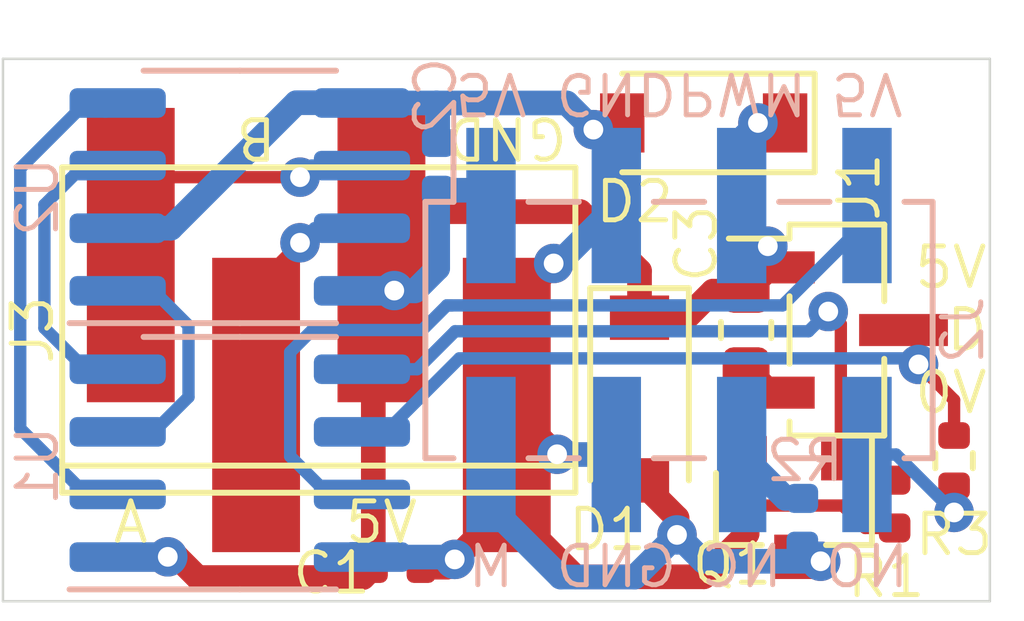
<source format=kicad_pcb>
(kicad_pcb (version 20171130) (host pcbnew "(5.1.9)-1")

  (general
    (thickness 1.6)
    (drawings 27)
    (tracks 168)
    (zones 0)
    (modules 14)
    (nets 14)
  )

  (page A4)
  (title_block
    (title "PNP Feeder")
    (date 2021-05-29)
  )

  (layers
    (0 F.Cu signal)
    (31 B.Cu signal)
    (32 B.Adhes user)
    (33 F.Adhes user)
    (34 B.Paste user)
    (35 F.Paste user)
    (36 B.SilkS user)
    (37 F.SilkS user)
    (38 B.Mask user)
    (39 F.Mask user)
    (40 Dwgs.User user)
    (41 Cmts.User user)
    (42 Eco1.User user)
    (43 Eco2.User user)
    (44 Edge.Cuts user)
    (45 Margin user)
    (46 B.CrtYd user)
    (47 F.CrtYd user)
    (48 B.Fab user)
    (49 F.Fab user)
  )

  (setup
    (last_trace_width 0.25)
    (user_trace_width 0.5)
    (user_trace_width 0.8)
    (trace_clearance 0.2)
    (zone_clearance 0.508)
    (zone_45_only no)
    (trace_min 0.2)
    (via_size 0.8)
    (via_drill 0.4)
    (via_min_size 0.4)
    (via_min_drill 0.3)
    (uvia_size 0.3)
    (uvia_drill 0.1)
    (uvias_allowed no)
    (uvia_min_size 0.2)
    (uvia_min_drill 0.1)
    (edge_width 0.05)
    (segment_width 0.2)
    (pcb_text_width 0.2)
    (pcb_text_size 1 1)
    (mod_edge_width 0.12)
    (mod_text_size 0.8 0.8)
    (mod_text_width 0.1)
    (pad_size 1.524 1.524)
    (pad_drill 0.762)
    (pad_to_mask_clearance 0.051)
    (solder_mask_min_width 0.25)
    (aux_axis_origin 80 60)
    (visible_elements 7FFFFFFF)
    (pcbplotparams
      (layerselection 0x3d0fc_ffffffff)
      (usegerberextensions true)
      (usegerberattributes false)
      (usegerberadvancedattributes false)
      (creategerberjobfile false)
      (excludeedgelayer true)
      (linewidth 0.100000)
      (plotframeref false)
      (viasonmask false)
      (mode 1)
      (useauxorigin true)
      (hpglpennumber 1)
      (hpglpenspeed 20)
      (hpglpendiameter 15.000000)
      (psnegative false)
      (psa4output false)
      (plotreference true)
      (plotvalue true)
      (plotinvisibletext false)
      (padsonsilk false)
      (subtractmaskfromsilk false)
      (outputformat 1)
      (mirror false)
      (drillshape 0)
      (scaleselection 1)
      (outputdirectory "out"))
  )

  (net 0 "")
  (net 1 GND)
  (net 2 +5V)
  (net 3 "Net-(D1-Pad2)")
  (net 4 /PWM)
  (net 5 /FEEDBACK)
  (net 6 "Net-(U1-Pad2)")
  (net 7 "Net-(U1-Pad3)")
  (net 8 "Net-(U1-Pad4)")
  (net 9 /B)
  (net 10 /A)
  (net 11 "Net-(J2-Pad6)")
  (net 12 /MOTOR)
  (net 13 "Net-(J2-Pad8)")

  (net_class Default "Ceci est la Netclass par défaut."
    (clearance 0.2)
    (trace_width 0.25)
    (via_dia 0.8)
    (via_drill 0.4)
    (uvia_dia 0.3)
    (uvia_drill 0.1)
    (add_net +5V)
    (add_net /A)
    (add_net /B)
    (add_net /FEEDBACK)
    (add_net /MOTOR)
    (add_net /PWM)
    (add_net GND)
    (add_net "Net-(D1-Pad2)")
    (add_net "Net-(J2-Pad6)")
    (add_net "Net-(J2-Pad8)")
    (add_net "Net-(U1-Pad2)")
    (add_net "Net-(U1-Pad3)")
    (add_net "Net-(U1-Pad4)")
  )

  (module Resistor_SMD:R_0402_1005Metric (layer F.Cu) (tedit 5F68FEEE) (tstamp 60B1F0FC)
    (at 99.275 68.15 270)
    (descr "Resistor SMD 0402 (1005 Metric), square (rectangular) end terminal, IPC_7351 nominal, (Body size source: IPC-SM-782 page 72, https://www.pcb-3d.com/wordpress/wp-content/uploads/ipc-sm-782a_amendment_1_and_2.pdf), generated with kicad-footprint-generator")
    (tags resistor)
    (path /60B20362)
    (attr smd)
    (fp_text reference R3 (at 1.5 0 180) (layer F.SilkS)
      (effects (font (size 0.8 0.8) (thickness 0.1)))
    )
    (fp_text value 1k (at 0 1.17 90) (layer F.Fab)
      (effects (font (size 0.8 0.8) (thickness 0.1)))
    )
    (fp_text user %R (at 0 0 90) (layer F.Fab)
      (effects (font (size 0.8 0.8) (thickness 0.1)))
    )
    (fp_line (start -0.525 0.27) (end -0.525 -0.27) (layer F.Fab) (width 0.12))
    (fp_line (start -0.525 -0.27) (end 0.525 -0.27) (layer F.Fab) (width 0.12))
    (fp_line (start 0.525 -0.27) (end 0.525 0.27) (layer F.Fab) (width 0.12))
    (fp_line (start 0.525 0.27) (end -0.525 0.27) (layer F.Fab) (width 0.12))
    (fp_line (start -0.153641 -0.38) (end 0.153641 -0.38) (layer F.SilkS) (width 0.12))
    (fp_line (start -0.153641 0.38) (end 0.153641 0.38) (layer F.SilkS) (width 0.12))
    (fp_line (start -0.93 0.47) (end -0.93 -0.47) (layer F.CrtYd) (width 0.05))
    (fp_line (start -0.93 -0.47) (end 0.93 -0.47) (layer F.CrtYd) (width 0.05))
    (fp_line (start 0.93 -0.47) (end 0.93 0.47) (layer F.CrtYd) (width 0.05))
    (fp_line (start 0.93 0.47) (end -0.93 0.47) (layer F.CrtYd) (width 0.05))
    (pad 2 smd roundrect (at 0.51 0 270) (size 0.54 0.64) (layers F.Cu F.Paste F.Mask) (roundrect_rratio 0.25)
      (net 13 "Net-(J2-Pad8)"))
    (pad 1 smd roundrect (at -0.51 0 270) (size 0.54 0.64) (layers F.Cu F.Paste F.Mask) (roundrect_rratio 0.25)
      (net 5 /FEEDBACK))
    (model ${KISYS3DMOD}/Resistor_SMD.3dshapes/R_0402_1005Metric.wrl
      (at (xyz 0 0 0))
      (scale (xyz 1 1 1))
      (rotate (xyz 0 0 0))
    )
  )

  (module Connector_PinHeader_2.54mm:PinHeader_2x04_P2.54mm_Vertical_SMD (layer B.Cu) (tedit 59FED5CC) (tstamp 5E8392E1)
    (at 93.7 65.5 270)
    (descr "surface-mounted straight pin header, 2x04, 2.54mm pitch, double rows")
    (tags "Surface mounted pin header SMD 2x04 2.54mm double row")
    (path /5E3BB100)
    (attr smd)
    (fp_text reference J2 (at 0 -5.75 90) (layer B.SilkS)
      (effects (font (size 0.8 0.8) (thickness 0.1)) (justify mirror))
    )
    (fp_text value Internal (at 0 -2.8 90) (layer B.Fab)
      (effects (font (size 0.8 0.8) (thickness 0.1)) (justify mirror))
    )
    (fp_line (start 5.9 5.6) (end -5.9 5.6) (layer B.CrtYd) (width 0.05))
    (fp_line (start 5.9 -5.6) (end 5.9 5.6) (layer B.CrtYd) (width 0.05))
    (fp_line (start -5.9 -5.6) (end 5.9 -5.6) (layer B.CrtYd) (width 0.05))
    (fp_line (start -5.9 5.6) (end -5.9 -5.6) (layer B.CrtYd) (width 0.05))
    (fp_line (start 2.6 -2.03) (end 2.6 -3.05) (layer B.SilkS) (width 0.12))
    (fp_line (start -2.6 -2.03) (end -2.6 -3.05) (layer B.SilkS) (width 0.12))
    (fp_line (start 2.6 0.51) (end 2.6 -0.51) (layer B.SilkS) (width 0.12))
    (fp_line (start -2.6 0.51) (end -2.6 -0.51) (layer B.SilkS) (width 0.12))
    (fp_line (start 2.6 3.05) (end 2.6 2.03) (layer B.SilkS) (width 0.12))
    (fp_line (start -2.6 3.05) (end -2.6 2.03) (layer B.SilkS) (width 0.12))
    (fp_line (start 2.6 -4.57) (end 2.6 -5.14) (layer B.SilkS) (width 0.12))
    (fp_line (start -2.6 -4.57) (end -2.6 -5.14) (layer B.SilkS) (width 0.12))
    (fp_line (start 2.6 5.14) (end 2.6 4.57) (layer B.SilkS) (width 0.12))
    (fp_line (start -2.6 5.14) (end -2.6 4.57) (layer B.SilkS) (width 0.12))
    (fp_line (start -4.04 4.57) (end -2.6 4.57) (layer B.SilkS) (width 0.12))
    (fp_line (start -2.6 -5.14) (end 2.6 -5.14) (layer B.SilkS) (width 0.12))
    (fp_line (start -2.6 5.14) (end 2.6 5.14) (layer B.SilkS) (width 0.12))
    (fp_line (start 3.6 -4.13) (end 2.54 -4.13) (layer B.Fab) (width 0.12))
    (fp_line (start 3.6 -3.49) (end 3.6 -4.13) (layer B.Fab) (width 0.12))
    (fp_line (start 2.54 -3.49) (end 3.6 -3.49) (layer B.Fab) (width 0.12))
    (fp_line (start -3.6 -4.13) (end -2.54 -4.13) (layer B.Fab) (width 0.12))
    (fp_line (start -3.6 -3.49) (end -3.6 -4.13) (layer B.Fab) (width 0.12))
    (fp_line (start -2.54 -3.49) (end -3.6 -3.49) (layer B.Fab) (width 0.12))
    (fp_line (start 3.6 -1.59) (end 2.54 -1.59) (layer B.Fab) (width 0.12))
    (fp_line (start 3.6 -0.95) (end 3.6 -1.59) (layer B.Fab) (width 0.12))
    (fp_line (start 2.54 -0.95) (end 3.6 -0.95) (layer B.Fab) (width 0.12))
    (fp_line (start -3.6 -1.59) (end -2.54 -1.59) (layer B.Fab) (width 0.12))
    (fp_line (start -3.6 -0.95) (end -3.6 -1.59) (layer B.Fab) (width 0.12))
    (fp_line (start -2.54 -0.95) (end -3.6 -0.95) (layer B.Fab) (width 0.12))
    (fp_line (start 3.6 0.95) (end 2.54 0.95) (layer B.Fab) (width 0.12))
    (fp_line (start 3.6 1.59) (end 3.6 0.95) (layer B.Fab) (width 0.12))
    (fp_line (start 2.54 1.59) (end 3.6 1.59) (layer B.Fab) (width 0.12))
    (fp_line (start -3.6 0.95) (end -2.54 0.95) (layer B.Fab) (width 0.12))
    (fp_line (start -3.6 1.59) (end -3.6 0.95) (layer B.Fab) (width 0.12))
    (fp_line (start -2.54 1.59) (end -3.6 1.59) (layer B.Fab) (width 0.12))
    (fp_line (start 3.6 3.49) (end 2.54 3.49) (layer B.Fab) (width 0.12))
    (fp_line (start 3.6 4.13) (end 3.6 3.49) (layer B.Fab) (width 0.12))
    (fp_line (start 2.54 4.13) (end 3.6 4.13) (layer B.Fab) (width 0.12))
    (fp_line (start -3.6 3.49) (end -2.54 3.49) (layer B.Fab) (width 0.12))
    (fp_line (start -3.6 4.13) (end -3.6 3.49) (layer B.Fab) (width 0.12))
    (fp_line (start -2.54 4.13) (end -3.6 4.13) (layer B.Fab) (width 0.12))
    (fp_line (start 2.54 5.08) (end 2.54 -5.08) (layer B.Fab) (width 0.12))
    (fp_line (start -2.54 4.13) (end -1.59 5.08) (layer B.Fab) (width 0.12))
    (fp_line (start -2.54 -5.08) (end -2.54 4.13) (layer B.Fab) (width 0.12))
    (fp_line (start -1.59 5.08) (end 2.54 5.08) (layer B.Fab) (width 0.12))
    (fp_line (start 2.54 -5.08) (end -2.54 -5.08) (layer B.Fab) (width 0.12))
    (fp_text user %R (at 0 0 180) (layer B.Fab)
      (effects (font (size 0.8 0.8) (thickness 0.1)) (justify mirror))
    )
    (pad 8 smd rect (at 2.525 -3.81 270) (size 3.15 1) (layers B.Cu B.Paste B.Mask)
      (net 13 "Net-(J2-Pad8)"))
    (pad 7 smd rect (at -2.525 -3.81 270) (size 3.15 1) (layers B.Cu B.Paste B.Mask)
      (net 4 /PWM))
    (pad 6 smd rect (at 2.525 -1.27 270) (size 3.15 1) (layers B.Cu B.Paste B.Mask)
      (net 11 "Net-(J2-Pad6)"))
    (pad 5 smd rect (at -2.525 -1.27 270) (size 3.15 1) (layers B.Cu B.Paste B.Mask)
      (net 2 +5V))
    (pad 4 smd rect (at 2.525 1.27 270) (size 3.15 1) (layers B.Cu B.Paste B.Mask)
      (net 1 GND))
    (pad 3 smd rect (at -2.525 1.27 270) (size 3.15 1) (layers B.Cu B.Paste B.Mask)
      (net 1 GND))
    (pad 2 smd rect (at 2.525 3.81 270) (size 3.15 1) (layers B.Cu B.Paste B.Mask)
      (net 3 "Net-(D1-Pad2)"))
    (pad 1 smd rect (at -2.525 3.81 270) (size 3.15 1) (layers B.Cu B.Paste B.Mask)
      (net 2 +5V))
    (model ${KISYS3DMOD}/Connector_PinHeader_2.54mm.3dshapes/PinHeader_2x04_P2.54mm_Vertical_SMD.wrl
      (at (xyz 0 0 0))
      (scale (xyz 1 1 1))
      (rotate (xyz 0 0 0))
    )
  )

  (module Package_SO:SOIC-8_3.9x4.9mm_P1.27mm (layer B.Cu) (tedit 5C97300E) (tstamp 5E2F92EB)
    (at 84.8 68.2)
    (descr "SOIC, 8 Pin (JEDEC MS-012AA, https://www.analog.com/media/en/package-pcb-resources/package/pkg_pdf/soic_narrow-r/r_8.pdf), generated with kicad-footprint-generator ipc_gullwing_generator.py")
    (tags "SOIC SO")
    (path /5E2EEF2E)
    (attr smd)
    (fp_text reference U1 (at -4.1 0.05 90) (layer B.SilkS)
      (effects (font (size 0.8 0.8) (thickness 0.1)) (justify mirror))
    )
    (fp_text value ATtiny402 (at 0 -1.65) (layer B.Fab)
      (effects (font (size 0.8 0.8) (thickness 0.1)) (justify mirror))
    )
    (fp_line (start 3.7 2.7) (end -3.7 2.7) (layer B.CrtYd) (width 0.05))
    (fp_line (start 3.7 -2.7) (end 3.7 2.7) (layer B.CrtYd) (width 0.05))
    (fp_line (start -3.7 -2.7) (end 3.7 -2.7) (layer B.CrtYd) (width 0.05))
    (fp_line (start -3.7 2.7) (end -3.7 -2.7) (layer B.CrtYd) (width 0.05))
    (fp_line (start -1.95 1.475) (end -0.975 2.45) (layer B.Fab) (width 0.12))
    (fp_line (start -1.95 -2.45) (end -1.95 1.475) (layer B.Fab) (width 0.12))
    (fp_line (start 1.95 -2.45) (end -1.95 -2.45) (layer B.Fab) (width 0.12))
    (fp_line (start 1.95 2.45) (end 1.95 -2.45) (layer B.Fab) (width 0.12))
    (fp_line (start -0.975 2.45) (end 1.95 2.45) (layer B.Fab) (width 0.12))
    (fp_line (start 0 2.56) (end -3.45 2.56) (layer B.SilkS) (width 0.12))
    (fp_line (start 0 2.56) (end 1.95 2.56) (layer B.SilkS) (width 0.12))
    (fp_line (start 0 -2.56) (end -1.95 -2.56) (layer B.SilkS) (width 0.12))
    (fp_line (start 0 -2.56) (end 1.95 -2.56) (layer B.SilkS) (width 0.12))
    (fp_text user %R (at 0 0) (layer B.Fab)
      (effects (font (size 0.8 0.8) (thickness 0.1)) (justify mirror))
    )
    (pad 8 smd roundrect (at 2.475 1.905) (size 1.95 0.6) (layers B.Cu B.Paste B.Mask) (roundrect_rratio 0.25)
      (net 1 GND))
    (pad 7 smd roundrect (at 2.475 0.635) (size 1.95 0.6) (layers B.Cu B.Paste B.Mask) (roundrect_rratio 0.25)
      (net 4 /PWM))
    (pad 6 smd roundrect (at 2.475 -0.635) (size 1.95 0.6) (layers B.Cu B.Paste B.Mask) (roundrect_rratio 0.25)
      (net 5 /FEEDBACK))
    (pad 5 smd roundrect (at 2.475 -1.905) (size 1.95 0.6) (layers B.Cu B.Paste B.Mask) (roundrect_rratio 0.25)
      (net 12 /MOTOR))
    (pad 4 smd roundrect (at -2.475 -1.905) (size 1.95 0.6) (layers B.Cu B.Paste B.Mask) (roundrect_rratio 0.25)
      (net 8 "Net-(U1-Pad4)"))
    (pad 3 smd roundrect (at -2.475 -0.635) (size 1.95 0.6) (layers B.Cu B.Paste B.Mask) (roundrect_rratio 0.25)
      (net 7 "Net-(U1-Pad3)"))
    (pad 2 smd roundrect (at -2.475 0.635) (size 1.95 0.6) (layers B.Cu B.Paste B.Mask) (roundrect_rratio 0.25)
      (net 6 "Net-(U1-Pad2)"))
    (pad 1 smd roundrect (at -2.475 1.905) (size 1.95 0.6) (layers B.Cu B.Paste B.Mask) (roundrect_rratio 0.25)
      (net 2 +5V))
    (model ${KISYS3DMOD}/Package_SO.3dshapes/SOIC-8_3.9x4.9mm_P1.27mm.wrl
      (at (xyz 0 0 0))
      (scale (xyz 1 1 1))
      (rotate (xyz 0 0 0))
    )
  )

  (module Package_SO:SOIC-8_3.9x4.9mm_P1.27mm (layer B.Cu) (tedit 5C97300E) (tstamp 5E839936)
    (at 84.8 62.8)
    (descr "SOIC, 8 Pin (JEDEC MS-012AA, https://www.analog.com/media/en/package-pcb-resources/package/pkg_pdf/soic_narrow-r/r_8.pdf), generated with kicad-footprint-generator ipc_gullwing_generator.py")
    (tags "SOIC SO")
    (path /5E2F2388)
    (attr smd)
    (fp_text reference U2 (at -4.1 0 90) (layer B.SilkS)
      (effects (font (size 0.8 0.8) (thickness 0.1)) (justify mirror))
    )
    (fp_text value ST485EBDR (at -0.01 1.88) (layer B.Fab)
      (effects (font (size 0.8 0.8) (thickness 0.1)) (justify mirror))
    )
    (fp_line (start 3.7 2.7) (end -3.7 2.7) (layer B.CrtYd) (width 0.05))
    (fp_line (start 3.7 -2.7) (end 3.7 2.7) (layer B.CrtYd) (width 0.05))
    (fp_line (start -3.7 -2.7) (end 3.7 -2.7) (layer B.CrtYd) (width 0.05))
    (fp_line (start -3.7 2.7) (end -3.7 -2.7) (layer B.CrtYd) (width 0.05))
    (fp_line (start -1.95 1.475) (end -0.975 2.45) (layer B.Fab) (width 0.12))
    (fp_line (start -1.95 -2.45) (end -1.95 1.475) (layer B.Fab) (width 0.12))
    (fp_line (start 1.95 -2.45) (end -1.95 -2.45) (layer B.Fab) (width 0.12))
    (fp_line (start 1.95 2.45) (end 1.95 -2.45) (layer B.Fab) (width 0.12))
    (fp_line (start -0.975 2.45) (end 1.95 2.45) (layer B.Fab) (width 0.12))
    (fp_line (start 0 2.56) (end -3.45 2.56) (layer B.SilkS) (width 0.12))
    (fp_line (start 0 2.56) (end 1.95 2.56) (layer B.SilkS) (width 0.12))
    (fp_line (start 0 -2.56) (end -1.95 -2.56) (layer B.SilkS) (width 0.12))
    (fp_line (start 0 -2.56) (end 1.95 -2.56) (layer B.SilkS) (width 0.12))
    (fp_text user %R (at 0 0) (layer B.Fab)
      (effects (font (size 0.8 0.8) (thickness 0.1)) (justify mirror))
    )
    (pad 8 smd roundrect (at 2.475 1.905) (size 1.95 0.6) (layers B.Cu B.Paste B.Mask) (roundrect_rratio 0.25)
      (net 2 +5V))
    (pad 7 smd roundrect (at 2.475 0.635) (size 1.95 0.6) (layers B.Cu B.Paste B.Mask) (roundrect_rratio 0.25)
      (net 9 /B))
    (pad 6 smd roundrect (at 2.475 -0.635) (size 1.95 0.6) (layers B.Cu B.Paste B.Mask) (roundrect_rratio 0.25)
      (net 10 /A))
    (pad 5 smd roundrect (at 2.475 -1.905) (size 1.95 0.6) (layers B.Cu B.Paste B.Mask) (roundrect_rratio 0.25)
      (net 1 GND))
    (pad 4 smd roundrect (at -2.475 -1.905) (size 1.95 0.6) (layers B.Cu B.Paste B.Mask) (roundrect_rratio 0.25)
      (net 6 "Net-(U1-Pad2)"))
    (pad 3 smd roundrect (at -2.475 -0.635) (size 1.95 0.6) (layers B.Cu B.Paste B.Mask) (roundrect_rratio 0.25)
      (net 8 "Net-(U1-Pad4)"))
    (pad 2 smd roundrect (at -2.475 0.635) (size 1.95 0.6) (layers B.Cu B.Paste B.Mask) (roundrect_rratio 0.25)
      (net 1 GND))
    (pad 1 smd roundrect (at -2.475 1.905) (size 1.95 0.6) (layers B.Cu B.Paste B.Mask) (roundrect_rratio 0.25)
      (net 7 "Net-(U1-Pad3)"))
    (model ${KISYS3DMOD}/Package_SO.3dshapes/SOIC-8_3.9x4.9mm_P1.27mm.wrl
      (at (xyz 0 0 0))
      (scale (xyz 1 1 1))
      (rotate (xyz 0 0 0))
    )
  )

  (module Project:3-647166-4 (layer F.Cu) (tedit 5E824B18) (tstamp 5E8370C7)
    (at 86.4 65.5 180)
    (path /5E314AC9)
    (fp_text reference J3 (at 5.8 0 90) (layer F.SilkS)
      (effects (font (size 0.8 0.8) (thickness 0.1)))
    )
    (fp_text value RS485 (at 0 -0.5) (layer F.Fab)
      (effects (font (size 0.8 0.8) (thickness 0.1)))
    )
    (fp_line (start 5.2 -2.75) (end -5.2 -2.75) (layer F.SilkS) (width 0.12))
    (fp_line (start -5.08 3.175) (end -5.08 -3.175) (layer F.Fab) (width 0.12))
    (fp_line (start 5.08 3.175) (end -5.08 3.175) (layer F.Fab) (width 0.12))
    (fp_line (start 5.08 -3.175) (end 5.08 3.175) (layer F.Fab) (width 0.12))
    (fp_line (start -5.08 -3.175) (end 5.08 -3.175) (layer F.Fab) (width 0.12))
    (fp_line (start -5.2 3.3) (end -5.2 -3.3) (layer F.SilkS) (width 0.12))
    (fp_line (start 5.2 3.3) (end -5.2 3.3) (layer F.SilkS) (width 0.12))
    (fp_line (start 5.2 -3.3) (end 5.2 3.3) (layer F.SilkS) (width 0.12))
    (fp_line (start -5.2 -3.3) (end 5.2 -3.3) (layer F.SilkS) (width 0.12))
    (fp_text user %R (at -0.01 0.69) (layer F.Fab)
      (effects (font (size 0.8 0.8) (thickness 0.1)))
    )
    (pad 4 smd rect (at -3.81 -1.52 180) (size 1.78 5.97) (layers F.Cu F.Paste F.Mask)
      (net 1 GND))
    (pad 3 smd rect (at -1.27 1.52 180) (size 1.78 5.97) (layers F.Cu F.Paste F.Mask)
      (net 2 +5V))
    (pad 2 smd rect (at 1.27 -1.52 180) (size 1.78 5.97) (layers F.Cu F.Paste F.Mask)
      (net 9 /B))
    (pad 1 smd rect (at 3.81 1.52 180) (size 1.78 5.97) (layers F.Cu F.Paste F.Mask)
      (net 10 /A))
    (model ${KIPRJMOD}/3-647166-4.wrl
      (offset (xyz 0 0 3.3))
      (scale (xyz 0.393701 0.393701 0.393701))
      (rotate (xyz 0 0 0))
    )
  )

  (module Capacitor_SMD:C_0402_1005Metric (layer F.Cu) (tedit 5B301BBE) (tstamp 5E83627A)
    (at 87.99 70.31)
    (descr "Capacitor SMD 0402 (1005 Metric), square (rectangular) end terminal, IPC_7351 nominal, (Body size source: http://www.tortai-tech.com/upload/download/2011102023233369053.pdf), generated with kicad-footprint-generator")
    (tags capacitor)
    (path /5E2F4D0E)
    (attr smd)
    (fp_text reference C1 (at -1.33 0.12 180) (layer F.SilkS)
      (effects (font (size 0.8 0.8) (thickness 0.1)))
    )
    (fp_text value 100n (at 0 -1 180) (layer F.Fab)
      (effects (font (size 0.8 0.8) (thickness 0.1)))
    )
    (fp_line (start 0.93 0.47) (end -0.93 0.47) (layer F.CrtYd) (width 0.05))
    (fp_line (start 0.93 -0.47) (end 0.93 0.47) (layer F.CrtYd) (width 0.05))
    (fp_line (start -0.93 -0.47) (end 0.93 -0.47) (layer F.CrtYd) (width 0.05))
    (fp_line (start -0.93 0.47) (end -0.93 -0.47) (layer F.CrtYd) (width 0.05))
    (fp_line (start 0.5 0.25) (end -0.5 0.25) (layer F.Fab) (width 0.12))
    (fp_line (start 0.5 -0.25) (end 0.5 0.25) (layer F.Fab) (width 0.12))
    (fp_line (start -0.5 -0.25) (end 0.5 -0.25) (layer F.Fab) (width 0.12))
    (fp_line (start -0.5 0.25) (end -0.5 -0.25) (layer F.Fab) (width 0.12))
    (fp_text user %R (at -1.71 0 180) (layer F.Fab)
      (effects (font (size 0.8 0.8) (thickness 0.1)))
    )
    (pad 2 smd roundrect (at 0.485 0) (size 0.59 0.64) (layers F.Cu F.Paste F.Mask) (roundrect_rratio 0.25)
      (net 1 GND))
    (pad 1 smd roundrect (at -0.485 0) (size 0.59 0.64) (layers F.Cu F.Paste F.Mask) (roundrect_rratio 0.25)
      (net 2 +5V))
    (model ${KISYS3DMOD}/Capacitor_SMD.3dshapes/C_0402_1005Metric.wrl
      (at (xyz 0 0 0))
      (scale (xyz 1 1 1))
      (rotate (xyz 0 0 0))
    )
  )

  (module Capacitor_SMD:C_0402_1005Metric (layer B.Cu) (tedit 5B301BBE) (tstamp 5E839532)
    (at 88.81 62.18 90)
    (descr "Capacitor SMD 0402 (1005 Metric), square (rectangular) end terminal, IPC_7351 nominal, (Body size source: http://www.tortai-tech.com/upload/download/2011102023233369053.pdf), generated with kicad-footprint-generator")
    (tags capacitor)
    (path /5E2EFD12)
    (attr smd)
    (fp_text reference C2 (at 1.43 -0.04 90) (layer B.SilkS)
      (effects (font (size 0.8 0.8) (thickness 0.1)) (justify mirror))
    )
    (fp_text value 100n (at 0 -1.17 90) (layer B.Fab)
      (effects (font (size 0.8 0.8) (thickness 0.1)) (justify mirror))
    )
    (fp_line (start 0.93 -0.47) (end -0.93 -0.47) (layer B.CrtYd) (width 0.05))
    (fp_line (start 0.93 0.47) (end 0.93 -0.47) (layer B.CrtYd) (width 0.05))
    (fp_line (start -0.93 0.47) (end 0.93 0.47) (layer B.CrtYd) (width 0.05))
    (fp_line (start -0.93 -0.47) (end -0.93 0.47) (layer B.CrtYd) (width 0.05))
    (fp_line (start 0.5 -0.25) (end -0.5 -0.25) (layer B.Fab) (width 0.12))
    (fp_line (start 0.5 0.25) (end 0.5 -0.25) (layer B.Fab) (width 0.12))
    (fp_line (start -0.5 0.25) (end 0.5 0.25) (layer B.Fab) (width 0.12))
    (fp_line (start -0.5 -0.25) (end -0.5 0.25) (layer B.Fab) (width 0.12))
    (fp_text user %R (at 1.44 0 90) (layer B.Fab)
      (effects (font (size 0.8 0.8) (thickness 0.1)) (justify mirror))
    )
    (pad 2 smd roundrect (at 0.485 0 90) (size 0.59 0.64) (layers B.Cu B.Paste B.Mask) (roundrect_rratio 0.25)
      (net 1 GND))
    (pad 1 smd roundrect (at -0.485 0 90) (size 0.59 0.64) (layers B.Cu B.Paste B.Mask) (roundrect_rratio 0.25)
      (net 2 +5V))
    (model ${KISYS3DMOD}/Capacitor_SMD.3dshapes/C_0402_1005Metric.wrl
      (at (xyz 0 0 0))
      (scale (xyz 1 1 1))
      (rotate (xyz 0 0 0))
    )
  )

  (module Capacitor_SMD:C_0603_1608Metric (layer F.Cu) (tedit 5B301BBE) (tstamp 5F4590AF)
    (at 95.06 65.5 270)
    (descr "Capacitor SMD 0603 (1608 Metric), square (rectangular) end terminal, IPC_7351 nominal, (Body size source: http://www.tortai-tech.com/upload/download/2011102023233369053.pdf), generated with kicad-footprint-generator")
    (tags capacitor)
    (path /5E83C18B)
    (attr smd)
    (fp_text reference C3 (at -1.75 1.01 90) (layer F.SilkS)
      (effects (font (size 0.8 0.8) (thickness 0.1)))
    )
    (fp_text value 2.2u (at -2.7 0 90) (layer F.Fab)
      (effects (font (size 0.8 0.8) (thickness 0.1)))
    )
    (fp_line (start 1.48 0.73) (end -1.48 0.73) (layer F.CrtYd) (width 0.05))
    (fp_line (start 1.48 -0.73) (end 1.48 0.73) (layer F.CrtYd) (width 0.05))
    (fp_line (start -1.48 -0.73) (end 1.48 -0.73) (layer F.CrtYd) (width 0.05))
    (fp_line (start -1.48 0.73) (end -1.48 -0.73) (layer F.CrtYd) (width 0.05))
    (fp_line (start -0.162779 0.51) (end 0.162779 0.51) (layer F.SilkS) (width 0.12))
    (fp_line (start -0.162779 -0.51) (end 0.162779 -0.51) (layer F.SilkS) (width 0.12))
    (fp_line (start 0.8 0.4) (end -0.8 0.4) (layer F.Fab) (width 0.12))
    (fp_line (start 0.8 -0.4) (end 0.8 0.4) (layer F.Fab) (width 0.12))
    (fp_line (start -0.8 -0.4) (end 0.8 -0.4) (layer F.Fab) (width 0.12))
    (fp_line (start -0.8 0.4) (end -0.8 -0.4) (layer F.Fab) (width 0.12))
    (fp_text user %R (at -1.75 1.01 90) (layer F.Fab)
      (effects (font (size 0.8 0.8) (thickness 0.1)))
    )
    (pad 2 smd roundrect (at 0.7875 0 270) (size 0.875 0.95) (layers F.Cu F.Paste F.Mask) (roundrect_rratio 0.25)
      (net 1 GND))
    (pad 1 smd roundrect (at -0.7875 0 270) (size 0.875 0.95) (layers F.Cu F.Paste F.Mask) (roundrect_rratio 0.25)
      (net 2 +5V))
    (model ${KISYS3DMOD}/Capacitor_SMD.3dshapes/C_0603_1608Metric.wrl
      (at (xyz 0 0 0))
      (scale (xyz 1 1 1))
      (rotate (xyz 0 0 0))
    )
  )

  (module Connector_PinSocket_1.27mm:PinSocket_1x03_P1.27mm_Vertical_SMD_Pin1Left (layer F.Cu) (tedit 5A19A42C) (tstamp 5E8371D9)
    (at 96.9 65.5)
    (descr "surface-mounted straight socket strip, 1x03, 1.27mm pitch, single row, style 1 (pin 1 left) (https://gct.co/pdfjs/web/viewer.html?file=/Files/Drawings/BD075.pdf&t=1511594726925), script generated")
    (tags "Surface mounted socket strip SMD 1x03 1.27mm single row style1 pin1 left")
    (path /5E2F7320)
    (attr smd)
    (fp_text reference J1 (at 0.45 -2.9 270) (layer F.SilkS)
      (effects (font (size 0.8 0.8) (thickness 0.1)))
    )
    (fp_text value UPDI (at 2.43 0 270) (layer F.Fab)
      (effects (font (size 0.8 0.8) (thickness 0.1)))
    )
    (fp_line (start -2.75 2.6) (end -2.75 -2.6) (layer F.CrtYd) (width 0.05))
    (fp_line (start 2.75 2.6) (end -2.75 2.6) (layer F.CrtYd) (width 0.05))
    (fp_line (start 2.75 -2.6) (end 2.75 2.6) (layer F.CrtYd) (width 0.05))
    (fp_line (start -2.75 -2.6) (end 2.75 -2.6) (layer F.CrtYd) (width 0.05))
    (fp_line (start -1.75 1.48) (end -1.75 1.06) (layer F.Fab) (width 0.12))
    (fp_line (start -0.9 1.48) (end -1.75 1.48) (layer F.Fab) (width 0.12))
    (fp_line (start -1.75 1.06) (end -0.9 1.06) (layer F.Fab) (width 0.12))
    (fp_line (start 1.75 0.21) (end 0.9 0.21) (layer F.Fab) (width 0.12))
    (fp_line (start 1.75 -0.21) (end 1.75 0.21) (layer F.Fab) (width 0.12))
    (fp_line (start 0.9 -0.21) (end 1.75 -0.21) (layer F.Fab) (width 0.12))
    (fp_line (start -1.75 -1.06) (end -1.75 -1.48) (layer F.Fab) (width 0.12))
    (fp_line (start -0.9 -1.06) (end -1.75 -1.06) (layer F.Fab) (width 0.12))
    (fp_line (start -1.75 -1.48) (end -0.9 -1.48) (layer F.Fab) (width 0.12))
    (fp_line (start -0.9 -1.63) (end -0.45 -2.08) (layer F.Fab) (width 0.12))
    (fp_line (start -0.9 2.08) (end -0.9 -1.63) (layer F.Fab) (width 0.12))
    (fp_line (start 0.9 2.08) (end -0.9 2.08) (layer F.Fab) (width 0.12))
    (fp_line (start 0.9 -2.08) (end 0.9 2.08) (layer F.Fab) (width 0.12))
    (fp_line (start -0.45 -2.08) (end 0.9 -2.08) (layer F.Fab) (width 0.12))
    (fp_line (start -2.19 -1.855) (end -0.96 -1.855) (layer F.SilkS) (width 0.12))
    (fp_line (start -0.96 1.855) (end -0.96 2.14) (layer F.SilkS) (width 0.12))
    (fp_line (start -0.96 -0.685) (end -0.96 0.685) (layer F.SilkS) (width 0.12))
    (fp_line (start -0.96 -2.14) (end -0.96 -1.855) (layer F.SilkS) (width 0.12))
    (fp_line (start -0.96 2.14) (end 0.96 2.14) (layer F.SilkS) (width 0.12))
    (fp_line (start 0.96 0.585) (end 0.96 2.14) (layer F.SilkS) (width 0.12))
    (fp_line (start 0.96 -2.14) (end 0.96 -0.585) (layer F.SilkS) (width 0.12))
    (fp_line (start -0.96 -2.14) (end 0.96 -2.14) (layer F.SilkS) (width 0.12))
    (fp_text user %R (at 0 0 90) (layer F.Fab)
      (effects (font (size 0.8 0.8) (thickness 0.1)))
    )
    (pad 2 smd rect (at 1.35 0) (size 1.8 0.65) (layers F.Cu F.Paste F.Mask)
      (net 5 /FEEDBACK))
    (pad 3 smd rect (at -1.35 1.27) (size 1.8 0.65) (layers F.Cu F.Paste F.Mask)
      (net 1 GND))
    (pad 1 smd rect (at -1.35 -1.27) (size 1.8 0.65) (layers F.Cu F.Paste F.Mask)
      (net 2 +5V))
    (model ${KISYS3DMOD}/Connector_PinSocket_1.27mm.3dshapes/PinSocket_1x03_P1.27mm_Vertical_SMD_Pin1Left.wrl
      (at (xyz 0 0 0))
      (scale (xyz 1 1 1))
      (rotate (xyz 0 0 0))
    )
  )

  (module Package_TO_SOT_SMD:SOT-23 (layer F.Cu) (tedit 5A02FF57) (tstamp 5E84552C)
    (at 96.03 69.1 270)
    (descr "SOT-23, Standard")
    (tags SOT-23)
    (path /5E84691A)
    (attr smd)
    (fp_text reference Q1 (at 1.15 1.255 180) (layer F.SilkS)
      (effects (font (size 0.8 0.8) (thickness 0.1)))
    )
    (fp_text value 2N7002NXAKR (at 1.4 0.53 180) (layer F.Fab)
      (effects (font (size 0.8 0.8) (thickness 0.1)))
    )
    (fp_line (start -0.7 -0.95) (end -0.7 1.5) (layer F.Fab) (width 0.12))
    (fp_line (start -0.15 -1.52) (end 0.7 -1.52) (layer F.Fab) (width 0.12))
    (fp_line (start -0.7 -0.95) (end -0.15 -1.52) (layer F.Fab) (width 0.12))
    (fp_line (start 0.7 -1.52) (end 0.7 1.52) (layer F.Fab) (width 0.12))
    (fp_line (start -0.7 1.52) (end 0.7 1.52) (layer F.Fab) (width 0.12))
    (fp_line (start 0.76 1.58) (end 0.76 0.65) (layer F.SilkS) (width 0.12))
    (fp_line (start 0.76 -1.58) (end 0.76 -0.65) (layer F.SilkS) (width 0.12))
    (fp_line (start -1.7 -1.75) (end 1.7 -1.75) (layer F.CrtYd) (width 0.05))
    (fp_line (start 1.7 -1.75) (end 1.7 1.75) (layer F.CrtYd) (width 0.05))
    (fp_line (start 1.7 1.75) (end -1.7 1.75) (layer F.CrtYd) (width 0.05))
    (fp_line (start -1.7 1.75) (end -1.7 -1.75) (layer F.CrtYd) (width 0.05))
    (fp_line (start 0.76 -1.58) (end -1.4 -1.58) (layer F.SilkS) (width 0.12))
    (fp_line (start 0.76 1.58) (end -0.7 1.58) (layer F.SilkS) (width 0.12))
    (fp_text user %R (at 0 0) (layer F.Fab)
      (effects (font (size 0.8 0.8) (thickness 0.1)))
    )
    (pad 1 smd rect (at -1 -0.95 270) (size 0.9 0.8) (layers F.Cu F.Paste F.Mask)
      (net 12 /MOTOR))
    (pad 2 smd rect (at -1 0.95 270) (size 0.9 0.8) (layers F.Cu F.Paste F.Mask)
      (net 1 GND))
    (pad 3 smd rect (at 1 0 270) (size 0.9 0.8) (layers F.Cu F.Paste F.Mask)
      (net 3 "Net-(D1-Pad2)"))
    (model ${KISYS3DMOD}/Package_TO_SOT_SMD.3dshapes/SOT-23.wrl
      (at (xyz 0 0 0))
      (scale (xyz 1 1 1))
      (rotate (xyz 0 0 0))
    )
  )

  (module Resistor_SMD:R_0402_1005Metric (layer F.Cu) (tedit 5B301BBD) (tstamp 60B1F58C)
    (at 98.07 69.03 270)
    (descr "Resistor SMD 0402 (1005 Metric), square (rectangular) end terminal, IPC_7351 nominal, (Body size source: http://www.tortai-tech.com/upload/download/2011102023233369053.pdf), generated with kicad-footprint-generator")
    (tags resistor)
    (path /5E8537A7)
    (attr smd)
    (fp_text reference R1 (at 1.47 0.17 180) (layer F.SilkS)
      (effects (font (size 0.8 0.8) (thickness 0.1)))
    )
    (fp_text value 47k (at 0.52 -1.48 180) (layer F.Fab)
      (effects (font (size 0.8 0.8) (thickness 0.1)))
    )
    (fp_line (start -0.5 0.25) (end -0.5 -0.25) (layer F.Fab) (width 0.12))
    (fp_line (start -0.5 -0.25) (end 0.5 -0.25) (layer F.Fab) (width 0.12))
    (fp_line (start 0.5 -0.25) (end 0.5 0.25) (layer F.Fab) (width 0.12))
    (fp_line (start 0.5 0.25) (end -0.5 0.25) (layer F.Fab) (width 0.12))
    (fp_line (start -0.93 0.47) (end -0.93 -0.47) (layer F.CrtYd) (width 0.05))
    (fp_line (start -0.93 -0.47) (end 0.93 -0.47) (layer F.CrtYd) (width 0.05))
    (fp_line (start 0.93 -0.47) (end 0.93 0.47) (layer F.CrtYd) (width 0.05))
    (fp_line (start 0.93 0.47) (end -0.93 0.47) (layer F.CrtYd) (width 0.05))
    (fp_text user %R (at -0.48 -1.15) (layer F.Fab)
      (effects (font (size 0.8 0.8) (thickness 0.1)))
    )
    (pad 1 smd roundrect (at -0.485 0 270) (size 0.59 0.64) (layers F.Cu F.Paste F.Mask) (roundrect_rratio 0.25)
      (net 12 /MOTOR))
    (pad 2 smd roundrect (at 0.485 0 270) (size 0.59 0.64) (layers F.Cu F.Paste F.Mask) (roundrect_rratio 0.25)
      (net 1 GND))
    (model ${KISYS3DMOD}/Resistor_SMD.3dshapes/R_0402_1005Metric.wrl
      (at (xyz 0 0 0))
      (scale (xyz 1 1 1))
      (rotate (xyz 0 0 0))
    )
  )

  (module Diode_SMD:D_SOD-123 (layer F.Cu) (tedit 58645DC7) (tstamp 5F459045)
    (at 92.9 66.9 270)
    (descr SOD-123)
    (tags SOD-123)
    (path /5E301AA4)
    (attr smd)
    (fp_text reference D1 (at 2.65 0.65 180) (layer F.SilkS)
      (effects (font (size 0.8 0.8) (thickness 0.1)))
    )
    (fp_text value DSS15UTR (at 0 2.1 90) (layer F.Fab)
      (effects (font (size 0.8 0.8) (thickness 0.1)))
    )
    (fp_line (start -2.25 -1) (end 1.65 -1) (layer F.SilkS) (width 0.12))
    (fp_line (start -2.25 1) (end 1.65 1) (layer F.SilkS) (width 0.12))
    (fp_line (start -2.35 -1.15) (end -2.35 1.15) (layer F.CrtYd) (width 0.05))
    (fp_line (start 2.35 1.15) (end -2.35 1.15) (layer F.CrtYd) (width 0.05))
    (fp_line (start 2.35 -1.15) (end 2.35 1.15) (layer F.CrtYd) (width 0.05))
    (fp_line (start -2.35 -1.15) (end 2.35 -1.15) (layer F.CrtYd) (width 0.05))
    (fp_line (start -1.4 -0.9) (end 1.4 -0.9) (layer F.Fab) (width 0.12))
    (fp_line (start 1.4 -0.9) (end 1.4 0.9) (layer F.Fab) (width 0.12))
    (fp_line (start 1.4 0.9) (end -1.4 0.9) (layer F.Fab) (width 0.12))
    (fp_line (start -1.4 0.9) (end -1.4 -0.9) (layer F.Fab) (width 0.12))
    (fp_line (start -0.75 0) (end -0.35 0) (layer F.Fab) (width 0.12))
    (fp_line (start -0.35 0) (end -0.35 -0.55) (layer F.Fab) (width 0.12))
    (fp_line (start -0.35 0) (end -0.35 0.55) (layer F.Fab) (width 0.12))
    (fp_line (start -0.35 0) (end 0.25 -0.4) (layer F.Fab) (width 0.12))
    (fp_line (start 0.25 -0.4) (end 0.25 0.4) (layer F.Fab) (width 0.12))
    (fp_line (start 0.25 0.4) (end -0.35 0) (layer F.Fab) (width 0.12))
    (fp_line (start 0.25 0) (end 0.75 0) (layer F.Fab) (width 0.12))
    (fp_line (start -2.25 -1) (end -2.25 1) (layer F.SilkS) (width 0.12))
    (fp_text user %R (at 2.65 0.65 180) (layer F.Fab)
      (effects (font (size 0.8 0.8) (thickness 0.1)))
    )
    (pad 1 smd rect (at -1.65 0 270) (size 0.9 1.2) (layers F.Cu F.Paste F.Mask)
      (net 2 +5V))
    (pad 2 smd rect (at 1.65 0 270) (size 0.9 1.2) (layers F.Cu F.Paste F.Mask)
      (net 3 "Net-(D1-Pad2)"))
    (model ${KISYS3DMOD}/Diode_SMD.3dshapes/D_SOD-123.wrl
      (at (xyz 0 0 0))
      (scale (xyz 1 1 1))
      (rotate (xyz 0 0 0))
    )
  )

  (module Diode_SMD:D_SOD-123 (layer F.Cu) (tedit 58645DC7) (tstamp 5F458FE4)
    (at 94.2 61.3 180)
    (descr SOD-123)
    (tags SOD-123)
    (path /5F457C87)
    (attr smd)
    (fp_text reference D2 (at 1.4 -1.6) (layer F.SilkS)
      (effects (font (size 0.8 0.8) (thickness 0.1)))
    )
    (fp_text value DSS15UTR (at 0 1.85) (layer F.Fab)
      (effects (font (size 0.8 0.8) (thickness 0.1)))
    )
    (fp_line (start -2.25 -1) (end -2.25 1) (layer F.SilkS) (width 0.12))
    (fp_line (start 0.25 0) (end 0.75 0) (layer F.Fab) (width 0.12))
    (fp_line (start 0.25 0.4) (end -0.35 0) (layer F.Fab) (width 0.12))
    (fp_line (start 0.25 -0.4) (end 0.25 0.4) (layer F.Fab) (width 0.12))
    (fp_line (start -0.35 0) (end 0.25 -0.4) (layer F.Fab) (width 0.12))
    (fp_line (start -0.35 0) (end -0.35 0.55) (layer F.Fab) (width 0.12))
    (fp_line (start -0.35 0) (end -0.35 -0.55) (layer F.Fab) (width 0.12))
    (fp_line (start -0.75 0) (end -0.35 0) (layer F.Fab) (width 0.12))
    (fp_line (start -1.4 0.9) (end -1.4 -0.9) (layer F.Fab) (width 0.12))
    (fp_line (start 1.4 0.9) (end -1.4 0.9) (layer F.Fab) (width 0.12))
    (fp_line (start 1.4 -0.9) (end 1.4 0.9) (layer F.Fab) (width 0.12))
    (fp_line (start -1.4 -0.9) (end 1.4 -0.9) (layer F.Fab) (width 0.12))
    (fp_line (start -2.35 -1.15) (end 2.35 -1.15) (layer F.CrtYd) (width 0.05))
    (fp_line (start 2.35 -1.15) (end 2.35 1.15) (layer F.CrtYd) (width 0.05))
    (fp_line (start 2.35 1.15) (end -2.35 1.15) (layer F.CrtYd) (width 0.05))
    (fp_line (start -2.35 -1.15) (end -2.35 1.15) (layer F.CrtYd) (width 0.05))
    (fp_line (start -2.25 1) (end 1.65 1) (layer F.SilkS) (width 0.12))
    (fp_line (start -2.25 -1) (end 1.65 -1) (layer F.SilkS) (width 0.12))
    (fp_text user %R (at 1.4 -1.6) (layer F.Fab)
      (effects (font (size 0.8 0.8) (thickness 0.1)))
    )
    (pad 2 smd rect (at 1.65 0 180) (size 0.9 1.2) (layers F.Cu F.Paste F.Mask)
      (net 1 GND))
    (pad 1 smd rect (at -1.65 0 180) (size 0.9 1.2) (layers F.Cu F.Paste F.Mask)
      (net 2 +5V))
    (model ${KISYS3DMOD}/Diode_SMD.3dshapes/D_SOD-123.wrl
      (at (xyz 0 0 0))
      (scale (xyz 1 1 1))
      (rotate (xyz 0 0 0))
    )
  )

  (module Resistor_SMD:R_0402_1005Metric (layer B.Cu) (tedit 5B301BBD) (tstamp 5F458DDA)
    (at 96.2 69.4 90)
    (descr "Resistor SMD 0402 (1005 Metric), square (rectangular) end terminal, IPC_7351 nominal, (Body size source: http://www.tortai-tech.com/upload/download/2011102023233369053.pdf), generated with kicad-footprint-generator")
    (tags resistor)
    (path /5F4707EF)
    (attr smd)
    (fp_text reference R2 (at 1.25 0.05) (layer B.SilkS)
      (effects (font (size 0.8 0.8) (thickness 0.1)) (justify mirror))
    )
    (fp_text value NP (at 0 -1.17 270) (layer B.Fab)
      (effects (font (size 0.8 0.8) (thickness 0.1)) (justify mirror))
    )
    (fp_line (start 0.93 -0.47) (end -0.93 -0.47) (layer B.CrtYd) (width 0.05))
    (fp_line (start 0.93 0.47) (end 0.93 -0.47) (layer B.CrtYd) (width 0.05))
    (fp_line (start -0.93 0.47) (end 0.93 0.47) (layer B.CrtYd) (width 0.05))
    (fp_line (start -0.93 -0.47) (end -0.93 0.47) (layer B.CrtYd) (width 0.05))
    (fp_line (start 0.5 -0.25) (end -0.5 -0.25) (layer B.Fab) (width 0.12))
    (fp_line (start 0.5 0.25) (end 0.5 -0.25) (layer B.Fab) (width 0.12))
    (fp_line (start -0.5 0.25) (end 0.5 0.25) (layer B.Fab) (width 0.12))
    (fp_line (start -0.5 -0.25) (end -0.5 0.25) (layer B.Fab) (width 0.12))
    (fp_text user %R (at -1.1 0) (layer B.Fab)
      (effects (font (size 0.8 0.8) (thickness 0.1)) (justify mirror))
    )
    (pad 1 smd roundrect (at -0.485 0 90) (size 0.59 0.64) (layers B.Cu B.Paste B.Mask) (roundrect_rratio 0.25)
      (net 3 "Net-(D1-Pad2)"))
    (pad 2 smd roundrect (at 0.485 0 90) (size 0.59 0.64) (layers B.Cu B.Paste B.Mask) (roundrect_rratio 0.25)
      (net 11 "Net-(J2-Pad6)"))
    (model ${KISYS3DMOD}/Resistor_SMD.3dshapes/R_0402_1005Metric.wrl
      (at (xyz 0 0 0))
      (scale (xyz 1 1 1))
      (rotate (xyz 0 0 0))
    )
  )

  (gr_line (start 100 60) (end 100 71) (layer F.Fab) (width 0.12) (tstamp 5E839776))
  (gr_line (start 80 60) (end 100 60) (layer F.Fab) (width 0.12) (tstamp 5E839775))
  (gr_line (start 80 71) (end 80 60) (layer F.Fab) (width 0.12) (tstamp 5E839774))
  (gr_line (start 100 71) (end 80 71) (layer F.Fab) (width 0.12) (tstamp 5E839773))
  (gr_line (start 100 60) (end 100 71) (layer B.Fab) (width 0.12) (tstamp 5E83976E))
  (gr_line (start 80 71) (end 80 60) (layer B.Fab) (width 0.12) (tstamp 5E83976D))
  (gr_line (start 100 71) (end 80 71) (layer B.Fab) (width 0.12) (tstamp 5E83976C))
  (gr_line (start 80 60) (end 100 60) (layer B.Fab) (width 0.12) (tstamp 5E83976B))
  (gr_text B (at 85.13 61.6 180) (layer F.SilkS) (tstamp 5E82ED9A)
    (effects (font (size 0.8 0.8) (thickness 0.1)))
  )
  (gr_line (start 100 71) (end 80 71) (layer Edge.Cuts) (width 0.05) (tstamp 5E2FED40))
  (gr_text D (at 100 65.5) (layer F.SilkS) (tstamp 5E303B90)
    (effects (font (size 0.8 0.8) (thickness 0.1)) (justify right))
  )
  (gr_text 0V (at 100 66.77) (layer F.SilkS) (tstamp 5E82FFFB)
    (effects (font (size 0.8 0.8) (thickness 0.1)) (justify right))
  )
  (gr_text 5V (at 100 64.23) (layer F.SilkS) (tstamp 5E82FC6A)
    (effects (font (size 0.8 0.8) (thickness 0.1)) (justify right))
  )
  (gr_text GND (at 90.21 61.6 180) (layer F.SilkS) (tstamp 5E303445)
    (effects (font (size 0.8 0.8) (thickness 0.1)))
  )
  (gr_text 5V (at 87.67 69.4) (layer F.SilkS) (tstamp 5E303442)
    (effects (font (size 0.8 0.8) (thickness 0.1)))
  )
  (gr_text A (at 82.59 69.4) (layer F.SilkS)
    (effects (font (size 0.8 0.8) (thickness 0.1)))
  )
  (gr_text GND (at 92.43 60.7 180) (layer B.SilkS) (tstamp 5E2FFC5C)
    (effects (font (size 0.8 0.8) (thickness 0.1)) (justify mirror))
  )
  (gr_text M (at 89.89 70.3) (layer B.SilkS) (tstamp 5E305259)
    (effects (font (size 0.8 0.8) (thickness 0.1)) (justify mirror))
  )
  (gr_text PWM (at 94.97 60.7 180) (layer B.SilkS) (tstamp 5F45684B)
    (effects (font (size 0.8 0.8) (thickness 0.1)) (justify mirror))
  )
  (gr_text NO (at 97.51 70.3) (layer B.SilkS) (tstamp 5E2FE11B)
    (effects (font (size 0.8 0.8) (thickness 0.1)) (justify mirror))
  )
  (gr_text NC (at 94.97 70.3) (layer B.SilkS) (tstamp 5E2FE11E)
    (effects (font (size 0.8 0.8) (thickness 0.1)) (justify mirror))
  )
  (gr_text GND (at 92.43 70.3) (layer B.SilkS) (tstamp 5E2FE118)
    (effects (font (size 0.8 0.8) (thickness 0.1)) (justify mirror))
  )
  (gr_text 5V (at 97.51 60.7 180) (layer B.SilkS) (tstamp 5E304A6C)
    (effects (font (size 0.8 0.8) (thickness 0.1)) (justify mirror))
  )
  (gr_text 5V (at 89.89 60.7 180) (layer B.SilkS)
    (effects (font (size 0.8 0.8) (thickness 0.1)) (justify mirror))
  )
  (gr_line (start 80 71) (end 80 60) (layer Edge.Cuts) (width 0.05) (tstamp 5E2F5715))
  (gr_line (start 100 60) (end 100 71) (layer Edge.Cuts) (width 0.05))
  (gr_line (start 80 60) (end 100 60) (layer Edge.Cuts) (width 0.05))

  (segment (start 87.08 70.05) (end 87.025 70.105) (width 0.5) (layer B.Cu) (net 1) (status 30))
  (segment (start 87.7 70.05) (end 87.08 70.05) (width 0.5) (layer B.Cu) (net 1) (status 30))
  (segment (start 83.4 63.435) (end 82.325 63.435) (width 0.5) (layer B.Cu) (net 1) (status 20))
  (segment (start 85.945 60.89) (end 83.4 63.435) (width 0.5) (layer B.Cu) (net 1))
  (segment (start 87.275 60.895) (end 87.27 60.89) (width 0.5) (layer B.Cu) (net 1) (status 30))
  (segment (start 87.27 60.89) (end 85.945 60.89) (width 0.5) (layer B.Cu) (net 1) (status 10))
  (segment (start 90.21 69.115) (end 90.21 67.02) (width 0.5) (layer F.Cu) (net 1) (status 30))
  (segment (start 91.6 70.505) (end 90.21 69.115) (width 0.5) (layer F.Cu) (net 1) (status 20))
  (segment (start 94.205 70.505) (end 91.6 70.505) (width 0.5) (layer F.Cu) (net 1))
  (segment (start 95.06 69.65) (end 94.205 70.505) (width 0.5) (layer F.Cu) (net 1))
  (segment (start 88.785 60.895) (end 87.275 60.895) (width 0.5) (layer B.Cu) (net 1) (status 20))
  (segment (start 92.43 62.975) (end 92.43 61.9) (width 0.5) (layer B.Cu) (net 1) (status 30))
  (segment (start 88.81 60.92) (end 88.785 60.895) (width 0.5) (layer B.Cu) (net 1))
  (segment (start 88.81 61.695) (end 88.81 60.92) (width 0.5) (layer B.Cu) (net 1) (status 10))
  (segment (start 91.425 60.895) (end 88.785 60.895) (width 0.5) (layer B.Cu) (net 1))
  (via (at 91.16 64.15) (size 0.8) (drill 0.4) (layers F.Cu B.Cu) (net 1))
  (segment (start 90.21 67.02) (end 90.21 65.1) (width 0.5) (layer F.Cu) (net 1) (status 30))
  (segment (start 90.21 65.1) (end 91.16 64.15) (width 0.5) (layer F.Cu) (net 1) (status 10))
  (segment (start 91.255 64.15) (end 92.43 62.975) (width 0.5) (layer B.Cu) (net 1) (status 20))
  (segment (start 91.16 64.15) (end 91.255 64.15) (width 0.5) (layer B.Cu) (net 1))
  (segment (start 90.21 67.02) (end 90.21 68.5) (width 0.5) (layer F.Cu) (net 1) (status 30))
  (via (at 89.155066 70.152095) (size 0.8) (drill 0.4) (layers F.Cu B.Cu) (net 1))
  (segment (start 90.21 67.02) (end 90.21 69.097161) (width 0.5) (layer F.Cu) (net 1) (status 30))
  (segment (start 90.21 69.097161) (end 89.155066 70.152095) (width 0.5) (layer F.Cu) (net 1) (status 10))
  (segment (start 89.107971 70.105) (end 89.155066 70.152095) (width 0.5) (layer B.Cu) (net 1))
  (segment (start 87.275 70.105) (end 89.107971 70.105) (width 0.5) (layer B.Cu) (net 1) (status 10))
  (segment (start 88.997161 70.31) (end 89.155066 70.152095) (width 0.5) (layer F.Cu) (net 1))
  (segment (start 88.475 70.31) (end 88.997161 70.31) (width 0.5) (layer F.Cu) (net 1) (status 10))
  (segment (start 95.0675 66.2875) (end 95.55 66.77) (width 0.5) (layer F.Cu) (net 1) (status 30))
  (segment (start 95.06 66.2875) (end 95.0675 66.2875) (width 0.5) (layer F.Cu) (net 1) (status 30))
  (segment (start 95.06 68.08) (end 95.08 68.1) (width 0.5) (layer F.Cu) (net 1) (status 30))
  (segment (start 95.06 66.2875) (end 95.06 68.08) (width 0.5) (layer F.Cu) (net 1) (status 30))
  (segment (start 95.08 69.63) (end 95.06 69.65) (width 0.5) (layer F.Cu) (net 1))
  (segment (start 95.08 68.1) (end 95.08 69.63) (width 0.5) (layer F.Cu) (net 1) (status 10))
  (segment (start 91.23 68.02) (end 91.21 68.02) (width 0.5) (layer F.Cu) (net 1))
  (segment (start 91.21 68.02) (end 90.21 67.02) (width 0.5) (layer F.Cu) (net 1) (status 20))
  (segment (start 91.235 68.025) (end 91.23 68.02) (width 0.5) (layer B.Cu) (net 1))
  (via (at 91.23 68.02) (size 0.8) (drill 0.4) (layers F.Cu B.Cu) (net 1))
  (segment (start 92.43 68.025) (end 91.235 68.025) (width 0.5) (layer B.Cu) (net 1) (status 10))
  (segment (start 95.06 69.06) (end 95.06 69.65) (width 0.5) (layer F.Cu) (net 1))
  (segment (start 95.06 66.4175) (end 95.06 69.06) (width 0.5) (layer F.Cu) (net 1) (status 10))
  (segment (start 97.02 69.06) (end 95.06 69.06) (width 0.25) (layer F.Cu) (net 1))
  (segment (start 98.07 69.515) (end 97.475 69.515) (width 0.25) (layer F.Cu) (net 1) (status 10))
  (segment (start 97.475 69.515) (end 97.02 69.06) (width 0.25) (layer F.Cu) (net 1))
  (via (at 91.965 61.435) (size 0.8) (drill 0.4) (layers F.Cu B.Cu) (net 1))
  (segment (start 92.55 61.3) (end 92.1 61.3) (width 0.5) (layer F.Cu) (net 1))
  (segment (start 92.1 61.3) (end 91.965 61.435) (width 0.5) (layer F.Cu) (net 1))
  (segment (start 92.43 61.9) (end 91.965 61.435) (width 0.5) (layer B.Cu) (net 1))
  (segment (start 91.965 61.435) (end 91.425 60.895) (width 0.5) (layer B.Cu) (net 1))
  (via (at 87.93 64.7) (size 0.8) (drill 0.4) (layers F.Cu B.Cu) (net 2) (status 30))
  (segment (start 87.925 64.705) (end 87.93 64.7) (width 0.25) (layer B.Cu) (net 2) (status 30))
  (segment (start 87.275 64.705) (end 87.925 64.705) (width 0.25) (layer B.Cu) (net 2) (status 30))
  (segment (start 87.93 64.7) (end 87.21 63.98) (width 0.25) (layer F.Cu) (net 2) (status 30))
  (segment (start 87.275 64.705) (end 87.28 64.7) (width 0.5) (layer B.Cu) (net 2) (status 30))
  (segment (start 87.28 64.7) (end 87.93 64.7) (width 0.5) (layer B.Cu) (net 2) (status 30))
  (segment (start 88.35 64.705) (end 87.275 64.705) (width 0.5) (layer B.Cu) (net 2) (status 20))
  (segment (start 88.81 64.245) (end 88.35 64.705) (width 0.5) (layer B.Cu) (net 2))
  (segment (start 88.81 62.665) (end 88.81 64.245) (width 0.5) (layer B.Cu) (net 2) (status 10))
  (segment (start 89.58 62.665) (end 89.89 62.975) (width 0.5) (layer B.Cu) (net 2) (status 30))
  (segment (start 88.81 62.665) (end 89.58 62.665) (width 0.5) (layer B.Cu) (net 2) (status 30))
  (via (at 83.34 70.1) (size 0.8) (drill 0.4) (layers F.Cu B.Cu) (net 2))
  (segment (start 82.33 70.1) (end 82.325 70.105) (width 0.5) (layer B.Cu) (net 2) (status 30))
  (segment (start 83.34 70.1) (end 82.33 70.1) (width 0.5) (layer B.Cu) (net 2) (status 20))
  (segment (start 87.505 64.145) (end 87.67 63.98) (width 0.5) (layer F.Cu) (net 2) (status 30))
  (segment (start 87.505 70.31) (end 87.505 64.145) (width 0.5) (layer F.Cu) (net 2) (status 30))
  (segment (start 83.524998 70.1) (end 83.34 70.1) (width 0.5) (layer F.Cu) (net 2))
  (segment (start 83.944998 70.52) (end 83.524998 70.1) (width 0.5) (layer F.Cu) (net 2))
  (segment (start 87.505 70.31) (end 87.295 70.52) (width 0.5) (layer F.Cu) (net 2) (status 30))
  (segment (start 87.295 70.52) (end 83.944998 70.52) (width 0.5) (layer F.Cu) (net 2) (status 10))
  (segment (start 91.7 63.1) (end 88.55 63.1) (width 0.5) (layer F.Cu) (net 2))
  (segment (start 92.9 65.25) (end 92.9 64.3) (width 0.5) (layer F.Cu) (net 2))
  (segment (start 88.55 63.1) (end 87.67 63.98) (width 0.5) (layer F.Cu) (net 2))
  (segment (start 92.9 64.3) (end 91.7 63.1) (width 0.5) (layer F.Cu) (net 2))
  (segment (start 93.8 65.3) (end 92.95 65.3) (width 0.5) (layer F.Cu) (net 2))
  (segment (start 92.95 65.3) (end 92.9 65.25) (width 0.5) (layer F.Cu) (net 2))
  (segment (start 95.06 64.7125) (end 94.3875 64.7125) (width 0.5) (layer F.Cu) (net 2))
  (segment (start 94.3875 64.7125) (end 93.8 65.3) (width 0.5) (layer F.Cu) (net 2))
  (segment (start 94.97 64.05) (end 94.97 62.975) (width 0.25) (layer B.Cu) (net 2) (status 30))
  (via (at 95.3 61.3) (size 0.8) (drill 0.4) (layers F.Cu B.Cu) (net 2))
  (segment (start 94.97 62.975) (end 94.97 61.63) (width 0.5) (layer B.Cu) (net 2))
  (segment (start 94.97 61.63) (end 95.3 61.3) (width 0.5) (layer B.Cu) (net 2))
  (segment (start 95.3 61.3) (end 95.85 61.3) (width 0.5) (layer F.Cu) (net 2))
  (segment (start 95.5425 64.23) (end 95.06 64.7125) (width 0.5) (layer F.Cu) (net 2))
  (segment (start 95.55 64.23) (end 95.5425 64.23) (width 0.5) (layer F.Cu) (net 2))
  (via (at 95.5 63.8) (size 0.8) (drill 0.4) (layers F.Cu B.Cu) (net 2))
  (segment (start 95.55 64.23) (end 95.55 63.85) (width 0.5) (layer F.Cu) (net 2))
  (segment (start 95.55 63.85) (end 95.5 63.8) (width 0.5) (layer F.Cu) (net 2))
  (segment (start 94.97 63.27) (end 95.5 63.8) (width 0.5) (layer B.Cu) (net 2))
  (segment (start 94.97 62.975) (end 94.97 63.27) (width 0.5) (layer B.Cu) (net 2))
  (via (at 93.66 69.655) (size 0.8) (drill 0.4) (layers F.Cu B.Cu) (net 3) (status 30))
  (via (at 96.57 70.19) (size 0.8) (drill 0.4) (layers F.Cu B.Cu) (net 3))
  (segment (start 93.66 69.655) (end 94.195 70.19) (width 0.5) (layer B.Cu) (net 3))
  (segment (start 94.195 70.19) (end 96.57 70.19) (width 0.5) (layer B.Cu) (net 3))
  (segment (start 96.12 70.19) (end 96.03 70.1) (width 0.5) (layer F.Cu) (net 3) (status 30))
  (segment (start 96.57 70.19) (end 96.12 70.19) (width 0.5) (layer F.Cu) (net 3) (status 20))
  (segment (start 92.805 70.51) (end 93.66 69.655) (width 0.5) (layer B.Cu) (net 3))
  (segment (start 91.3 70.51) (end 92.805 70.51) (width 0.5) (layer B.Cu) (net 3))
  (segment (start 89.89 68.025) (end 89.89 69.1) (width 0.5) (layer B.Cu) (net 3) (status 30))
  (segment (start 89.89 69.1) (end 91.3 70.51) (width 0.5) (layer B.Cu) (net 3) (status 10))
  (segment (start 93.66 69.31) (end 92.9 68.55) (width 0.5) (layer F.Cu) (net 3))
  (segment (start 93.66 69.655) (end 93.66 69.31) (width 0.5) (layer F.Cu) (net 3))
  (segment (start 96.265 69.885) (end 96.57 70.19) (width 0.5) (layer B.Cu) (net 3))
  (segment (start 96.2 69.885) (end 96.265 69.885) (width 0.5) (layer B.Cu) (net 3))
  (segment (start 89.1 65) (end 88.997178 65) (width 0.25) (layer B.Cu) (net 4))
  (segment (start 86.595 68.835) (end 87.275 68.835) (width 0.25) (layer B.Cu) (net 4) (status 30))
  (segment (start 85.82 68.06) (end 86.595 68.835) (width 0.25) (layer B.Cu) (net 4) (status 20))
  (segment (start 85.82 65.95) (end 85.82 68.06) (width 0.25) (layer B.Cu) (net 4))
  (segment (start 86.27 65.5) (end 85.82 65.95) (width 0.25) (layer B.Cu) (net 4))
  (segment (start 88.997178 65) (end 88.497178 65.5) (width 0.25) (layer B.Cu) (net 4))
  (segment (start 88.497178 65.5) (end 86.27 65.5) (width 0.25) (layer B.Cu) (net 4))
  (segment (start 97.51 63.29) (end 97.51 62.975) (width 0.25) (layer B.Cu) (net 4))
  (segment (start 95.8 65) (end 97.51 63.29) (width 0.25) (layer B.Cu) (net 4))
  (segment (start 88.997178 65) (end 95.8 65) (width 0.25) (layer B.Cu) (net 4))
  (segment (start 98.35 65.64) (end 97.96 65.64) (width 0.25) (layer F.Cu) (net 5) (status 30))
  (segment (start 87.04 67.55) (end 87.025 67.565) (width 0.25) (layer B.Cu) (net 5) (status 30))
  (segment (start 97.86 68.025) (end 97.86 67.21) (width 0.25) (layer B.Cu) (net 13) (status 30))
  (via (at 98.554481 66.197926) (size 0.8) (drill 0.4) (layers F.Cu B.Cu) (net 5))
  (segment (start 98.431555 66.075) (end 98.554481 66.197926) (width 0.25) (layer B.Cu) (net 5))
  (segment (start 89.25 66.075) (end 98.431555 66.075) (width 0.25) (layer B.Cu) (net 5))
  (segment (start 87.76 67.565) (end 89.25 66.075) (width 0.25) (layer B.Cu) (net 5))
  (segment (start 87.275 67.565) (end 87.76 67.565) (width 0.25) (layer B.Cu) (net 5))
  (segment (start 98.554481 65.804481) (end 98.25 65.5) (width 0.25) (layer F.Cu) (net 5))
  (segment (start 98.554481 66.197926) (end 98.554481 65.804481) (width 0.25) (layer F.Cu) (net 5))
  (segment (start 99.275 66.918445) (end 98.554481 66.197926) (width 0.25) (layer F.Cu) (net 5))
  (segment (start 99.275 67.64) (end 99.275 66.918445) (width 0.25) (layer F.Cu) (net 5))
  (segment (start 82.075 60.945) (end 82.13178 60.88822) (width 0.5) (layer B.Cu) (net 6) (status 30))
  (segment (start 81.685 68.835) (end 82.325 68.835) (width 0.25) (layer B.Cu) (net 6) (status 30))
  (segment (start 80.35001 67.50001) (end 81.685 68.835) (width 0.25) (layer B.Cu) (net 6) (status 20))
  (segment (start 80.35001 62.21999) (end 80.35001 67.50001) (width 0.25) (layer B.Cu) (net 6))
  (segment (start 81.68 60.89) (end 80.35001 62.21999) (width 0.25) (layer B.Cu) (net 6) (status 10))
  (segment (start 82.325 60.895) (end 82.32 60.89) (width 0.25) (layer B.Cu) (net 6) (status 30))
  (segment (start 82.32 60.89) (end 81.68 60.89) (width 0.25) (layer B.Cu) (net 6) (status 30))
  (segment (start 83.055 64.705) (end 82.325 64.705) (width 0.25) (layer B.Cu) (net 7) (status 30))
  (segment (start 83.76 65.41) (end 83.055 64.705) (width 0.25) (layer B.Cu) (net 7) (status 20))
  (segment (start 83.76 66.86) (end 83.76 65.41) (width 0.25) (layer B.Cu) (net 7))
  (segment (start 82.325 67.565) (end 83.055 67.565) (width 0.25) (layer B.Cu) (net 7) (status 30))
  (segment (start 83.055 67.565) (end 83.76 66.86) (width 0.25) (layer B.Cu) (net 7) (status 10))
  (segment (start 82.09 62.2) (end 82.075 62.215) (width 0.25) (layer B.Cu) (net 8) (status 30))
  (segment (start 81.675 66.295) (end 82.325 66.295) (width 0.25) (layer B.Cu) (net 8) (status 30))
  (segment (start 80.84 65.46) (end 81.675 66.295) (width 0.25) (layer B.Cu) (net 8) (status 20))
  (segment (start 80.84 62.96) (end 80.84 65.46) (width 0.25) (layer B.Cu) (net 8))
  (segment (start 81.63 62.17) (end 80.84 62.96) (width 0.25) (layer B.Cu) (net 8) (status 10))
  (segment (start 82.325 62.165) (end 82.32 62.17) (width 0.25) (layer B.Cu) (net 8) (status 30))
  (segment (start 82.32 62.17) (end 81.63 62.17) (width 0.25) (layer B.Cu) (net 8) (status 30))
  (via (at 86.02 63.73) (size 0.8) (drill 0.4) (layers F.Cu B.Cu) (net 9))
  (segment (start 87.275 63.435) (end 86.315 63.435) (width 0.25) (layer B.Cu) (net 9) (status 30))
  (segment (start 86.315 63.435) (end 86.02 63.73) (width 0.25) (layer B.Cu) (net 9) (status 10))
  (segment (start 85.13 64.62) (end 85.13 67.02) (width 0.25) (layer F.Cu) (net 9) (status 30))
  (segment (start 86.02 63.73) (end 85.13 64.62) (width 0.25) (layer F.Cu) (net 9) (status 20))
  (via (at 86.02 62.4) (size 0.8) (drill 0.4) (layers F.Cu B.Cu) (net 10))
  (segment (start 87.275 62.165) (end 86.255 62.165) (width 0.25) (layer B.Cu) (net 10) (status 10))
  (segment (start 86.255 62.165) (end 86.02 62.4) (width 0.25) (layer B.Cu) (net 10))
  (segment (start 82.59 62.4) (end 82.59 63.98) (width 0.25) (layer F.Cu) (net 10) (status 30))
  (segment (start 86.02 62.4) (end 82.59 62.4) (width 0.25) (layer F.Cu) (net 10) (status 20))
  (segment (start 95.86 68.915) (end 96.2 68.915) (width 0.5) (layer B.Cu) (net 11))
  (segment (start 94.97 68.025) (end 95.86 68.915) (width 0.5) (layer B.Cu) (net 11))
  (segment (start 97.625 68.1) (end 98.07 68.545) (width 0.25) (layer F.Cu) (net 12) (status 20))
  (segment (start 96.98 68.1) (end 97.625 68.1) (width 0.25) (layer F.Cu) (net 12) (status 10))
  (via (at 96.725 65.124999) (size 0.8) (drill 0.4) (layers F.Cu B.Cu) (net 12))
  (segment (start 96.98 65.379999) (end 96.725 65.124999) (width 0.25) (layer F.Cu) (net 12))
  (segment (start 96.98 68.1) (end 96.98 65.379999) (width 0.25) (layer F.Cu) (net 12))
  (segment (start 96.325001 65.524998) (end 96.725 65.124999) (width 0.25) (layer B.Cu) (net 12))
  (segment (start 89.163592 65.524998) (end 96.325001 65.524998) (width 0.25) (layer B.Cu) (net 12))
  (segment (start 88.39359 66.295) (end 89.163592 65.524998) (width 0.25) (layer B.Cu) (net 12))
  (segment (start 87.275 66.295) (end 88.39359 66.295) (width 0.25) (layer B.Cu) (net 12))
  (via (at 99.275 69.2) (size 0.8) (drill 0.4) (layers F.Cu B.Cu) (net 13))
  (segment (start 98.1 68.025) (end 99.275 69.2) (width 0.25) (layer B.Cu) (net 13))
  (segment (start 97.51 68.025) (end 98.1 68.025) (width 0.25) (layer B.Cu) (net 13))

)

</source>
